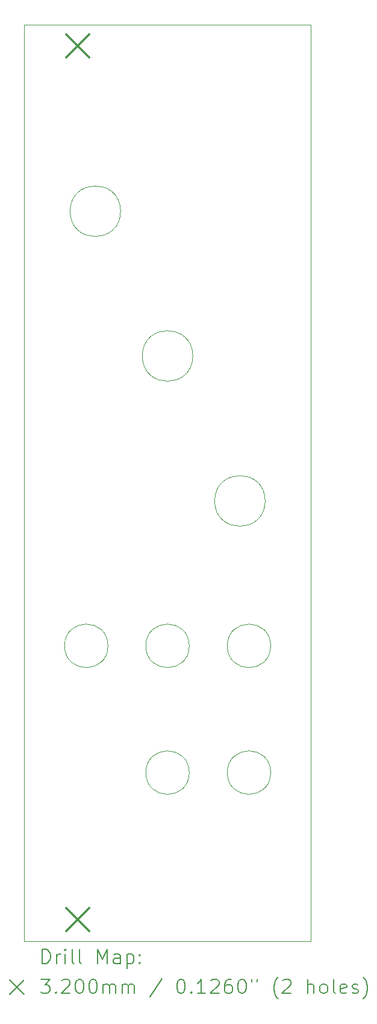
<source format=gbr>
%FSLAX45Y45*%
G04 Gerber Fmt 4.5, Leading zero omitted, Abs format (unit mm)*
G04 Created by KiCad (PCBNEW 6.0.0-d3dd2cf0fa~116~ubuntu20.04.1) date 2022-01-02 10:53:39*
%MOMM*%
%LPD*%
G01*
G04 APERTURE LIST*
%TA.AperFunction,Profile*%
%ADD10C,0.100000*%
%TD*%
%ADD11C,0.200000*%
%ADD12C,0.320000*%
G04 APERTURE END LIST*
D10*
X13639000Y-12826500D02*
G75*
G03*
X13639000Y-12826500I-305000J0D01*
G01*
X13639000Y-11049000D02*
G75*
G03*
X13639000Y-11049000I-305000J0D01*
G01*
X15350000Y-2338000D02*
X11320000Y-2338000D01*
X15350000Y-15188000D02*
X15350000Y-2338000D01*
X12496500Y-11049000D02*
G75*
G03*
X12496500Y-11049000I-305000J0D01*
G01*
X13689000Y-6984000D02*
G75*
G03*
X13689000Y-6984000I-355000J0D01*
G01*
X11320000Y-2338000D02*
X11320000Y-15188000D01*
X11320000Y-15188000D02*
X15350000Y-15188000D01*
X14784000Y-11049000D02*
G75*
G03*
X14784000Y-11049000I-305000J0D01*
G01*
X14784000Y-12826500D02*
G75*
G03*
X14784000Y-12826500I-305000J0D01*
G01*
X12674000Y-4954000D02*
G75*
G03*
X12674000Y-4954000I-355000J0D01*
G01*
X14706500Y-9016500D02*
G75*
G03*
X14706500Y-9016500I-355000J0D01*
G01*
D11*
D12*
X11910000Y-2478000D02*
X12230000Y-2798000D01*
X12230000Y-2478000D02*
X11910000Y-2798000D01*
X11910000Y-14728000D02*
X12230000Y-15048000D01*
X12230000Y-14728000D02*
X11910000Y-15048000D01*
D11*
X11572619Y-15503476D02*
X11572619Y-15303476D01*
X11620238Y-15303476D01*
X11648809Y-15313000D01*
X11667857Y-15332048D01*
X11677381Y-15351095D01*
X11686905Y-15389190D01*
X11686905Y-15417762D01*
X11677381Y-15455857D01*
X11667857Y-15474905D01*
X11648809Y-15493952D01*
X11620238Y-15503476D01*
X11572619Y-15503476D01*
X11772619Y-15503476D02*
X11772619Y-15370143D01*
X11772619Y-15408238D02*
X11782143Y-15389190D01*
X11791667Y-15379667D01*
X11810714Y-15370143D01*
X11829762Y-15370143D01*
X11896428Y-15503476D02*
X11896428Y-15370143D01*
X11896428Y-15303476D02*
X11886905Y-15313000D01*
X11896428Y-15322524D01*
X11905952Y-15313000D01*
X11896428Y-15303476D01*
X11896428Y-15322524D01*
X12020238Y-15503476D02*
X12001190Y-15493952D01*
X11991667Y-15474905D01*
X11991667Y-15303476D01*
X12125000Y-15503476D02*
X12105952Y-15493952D01*
X12096428Y-15474905D01*
X12096428Y-15303476D01*
X12353571Y-15503476D02*
X12353571Y-15303476D01*
X12420238Y-15446333D01*
X12486905Y-15303476D01*
X12486905Y-15503476D01*
X12667857Y-15503476D02*
X12667857Y-15398714D01*
X12658333Y-15379667D01*
X12639286Y-15370143D01*
X12601190Y-15370143D01*
X12582143Y-15379667D01*
X12667857Y-15493952D02*
X12648809Y-15503476D01*
X12601190Y-15503476D01*
X12582143Y-15493952D01*
X12572619Y-15474905D01*
X12572619Y-15455857D01*
X12582143Y-15436809D01*
X12601190Y-15427286D01*
X12648809Y-15427286D01*
X12667857Y-15417762D01*
X12763095Y-15370143D02*
X12763095Y-15570143D01*
X12763095Y-15379667D02*
X12782143Y-15370143D01*
X12820238Y-15370143D01*
X12839286Y-15379667D01*
X12848809Y-15389190D01*
X12858333Y-15408238D01*
X12858333Y-15465381D01*
X12848809Y-15484428D01*
X12839286Y-15493952D01*
X12820238Y-15503476D01*
X12782143Y-15503476D01*
X12763095Y-15493952D01*
X12944048Y-15484428D02*
X12953571Y-15493952D01*
X12944048Y-15503476D01*
X12934524Y-15493952D01*
X12944048Y-15484428D01*
X12944048Y-15503476D01*
X12944048Y-15379667D02*
X12953571Y-15389190D01*
X12944048Y-15398714D01*
X12934524Y-15389190D01*
X12944048Y-15379667D01*
X12944048Y-15398714D01*
X11115000Y-15733000D02*
X11315000Y-15933000D01*
X11315000Y-15733000D02*
X11115000Y-15933000D01*
X11553571Y-15723476D02*
X11677381Y-15723476D01*
X11610714Y-15799667D01*
X11639286Y-15799667D01*
X11658333Y-15809190D01*
X11667857Y-15818714D01*
X11677381Y-15837762D01*
X11677381Y-15885381D01*
X11667857Y-15904428D01*
X11658333Y-15913952D01*
X11639286Y-15923476D01*
X11582143Y-15923476D01*
X11563095Y-15913952D01*
X11553571Y-15904428D01*
X11763095Y-15904428D02*
X11772619Y-15913952D01*
X11763095Y-15923476D01*
X11753571Y-15913952D01*
X11763095Y-15904428D01*
X11763095Y-15923476D01*
X11848809Y-15742524D02*
X11858333Y-15733000D01*
X11877381Y-15723476D01*
X11925000Y-15723476D01*
X11944048Y-15733000D01*
X11953571Y-15742524D01*
X11963095Y-15761571D01*
X11963095Y-15780619D01*
X11953571Y-15809190D01*
X11839286Y-15923476D01*
X11963095Y-15923476D01*
X12086905Y-15723476D02*
X12105952Y-15723476D01*
X12125000Y-15733000D01*
X12134524Y-15742524D01*
X12144048Y-15761571D01*
X12153571Y-15799667D01*
X12153571Y-15847286D01*
X12144048Y-15885381D01*
X12134524Y-15904428D01*
X12125000Y-15913952D01*
X12105952Y-15923476D01*
X12086905Y-15923476D01*
X12067857Y-15913952D01*
X12058333Y-15904428D01*
X12048809Y-15885381D01*
X12039286Y-15847286D01*
X12039286Y-15799667D01*
X12048809Y-15761571D01*
X12058333Y-15742524D01*
X12067857Y-15733000D01*
X12086905Y-15723476D01*
X12277381Y-15723476D02*
X12296428Y-15723476D01*
X12315476Y-15733000D01*
X12325000Y-15742524D01*
X12334524Y-15761571D01*
X12344048Y-15799667D01*
X12344048Y-15847286D01*
X12334524Y-15885381D01*
X12325000Y-15904428D01*
X12315476Y-15913952D01*
X12296428Y-15923476D01*
X12277381Y-15923476D01*
X12258333Y-15913952D01*
X12248809Y-15904428D01*
X12239286Y-15885381D01*
X12229762Y-15847286D01*
X12229762Y-15799667D01*
X12239286Y-15761571D01*
X12248809Y-15742524D01*
X12258333Y-15733000D01*
X12277381Y-15723476D01*
X12429762Y-15923476D02*
X12429762Y-15790143D01*
X12429762Y-15809190D02*
X12439286Y-15799667D01*
X12458333Y-15790143D01*
X12486905Y-15790143D01*
X12505952Y-15799667D01*
X12515476Y-15818714D01*
X12515476Y-15923476D01*
X12515476Y-15818714D02*
X12525000Y-15799667D01*
X12544048Y-15790143D01*
X12572619Y-15790143D01*
X12591667Y-15799667D01*
X12601190Y-15818714D01*
X12601190Y-15923476D01*
X12696428Y-15923476D02*
X12696428Y-15790143D01*
X12696428Y-15809190D02*
X12705952Y-15799667D01*
X12725000Y-15790143D01*
X12753571Y-15790143D01*
X12772619Y-15799667D01*
X12782143Y-15818714D01*
X12782143Y-15923476D01*
X12782143Y-15818714D02*
X12791667Y-15799667D01*
X12810714Y-15790143D01*
X12839286Y-15790143D01*
X12858333Y-15799667D01*
X12867857Y-15818714D01*
X12867857Y-15923476D01*
X13258333Y-15713952D02*
X13086905Y-15971095D01*
X13515476Y-15723476D02*
X13534524Y-15723476D01*
X13553571Y-15733000D01*
X13563095Y-15742524D01*
X13572619Y-15761571D01*
X13582143Y-15799667D01*
X13582143Y-15847286D01*
X13572619Y-15885381D01*
X13563095Y-15904428D01*
X13553571Y-15913952D01*
X13534524Y-15923476D01*
X13515476Y-15923476D01*
X13496428Y-15913952D01*
X13486905Y-15904428D01*
X13477381Y-15885381D01*
X13467857Y-15847286D01*
X13467857Y-15799667D01*
X13477381Y-15761571D01*
X13486905Y-15742524D01*
X13496428Y-15733000D01*
X13515476Y-15723476D01*
X13667857Y-15904428D02*
X13677381Y-15913952D01*
X13667857Y-15923476D01*
X13658333Y-15913952D01*
X13667857Y-15904428D01*
X13667857Y-15923476D01*
X13867857Y-15923476D02*
X13753571Y-15923476D01*
X13810714Y-15923476D02*
X13810714Y-15723476D01*
X13791667Y-15752048D01*
X13772619Y-15771095D01*
X13753571Y-15780619D01*
X13944048Y-15742524D02*
X13953571Y-15733000D01*
X13972619Y-15723476D01*
X14020238Y-15723476D01*
X14039286Y-15733000D01*
X14048809Y-15742524D01*
X14058333Y-15761571D01*
X14058333Y-15780619D01*
X14048809Y-15809190D01*
X13934524Y-15923476D01*
X14058333Y-15923476D01*
X14229762Y-15723476D02*
X14191667Y-15723476D01*
X14172619Y-15733000D01*
X14163095Y-15742524D01*
X14144048Y-15771095D01*
X14134524Y-15809190D01*
X14134524Y-15885381D01*
X14144048Y-15904428D01*
X14153571Y-15913952D01*
X14172619Y-15923476D01*
X14210714Y-15923476D01*
X14229762Y-15913952D01*
X14239286Y-15904428D01*
X14248809Y-15885381D01*
X14248809Y-15837762D01*
X14239286Y-15818714D01*
X14229762Y-15809190D01*
X14210714Y-15799667D01*
X14172619Y-15799667D01*
X14153571Y-15809190D01*
X14144048Y-15818714D01*
X14134524Y-15837762D01*
X14372619Y-15723476D02*
X14391667Y-15723476D01*
X14410714Y-15733000D01*
X14420238Y-15742524D01*
X14429762Y-15761571D01*
X14439286Y-15799667D01*
X14439286Y-15847286D01*
X14429762Y-15885381D01*
X14420238Y-15904428D01*
X14410714Y-15913952D01*
X14391667Y-15923476D01*
X14372619Y-15923476D01*
X14353571Y-15913952D01*
X14344048Y-15904428D01*
X14334524Y-15885381D01*
X14325000Y-15847286D01*
X14325000Y-15799667D01*
X14334524Y-15761571D01*
X14344048Y-15742524D01*
X14353571Y-15733000D01*
X14372619Y-15723476D01*
X14515476Y-15723476D02*
X14515476Y-15761571D01*
X14591667Y-15723476D02*
X14591667Y-15761571D01*
X14886905Y-15999667D02*
X14877381Y-15990143D01*
X14858333Y-15961571D01*
X14848809Y-15942524D01*
X14839286Y-15913952D01*
X14829762Y-15866333D01*
X14829762Y-15828238D01*
X14839286Y-15780619D01*
X14848809Y-15752048D01*
X14858333Y-15733000D01*
X14877381Y-15704428D01*
X14886905Y-15694905D01*
X14953571Y-15742524D02*
X14963095Y-15733000D01*
X14982143Y-15723476D01*
X15029762Y-15723476D01*
X15048809Y-15733000D01*
X15058333Y-15742524D01*
X15067857Y-15761571D01*
X15067857Y-15780619D01*
X15058333Y-15809190D01*
X14944048Y-15923476D01*
X15067857Y-15923476D01*
X15305952Y-15923476D02*
X15305952Y-15723476D01*
X15391667Y-15923476D02*
X15391667Y-15818714D01*
X15382143Y-15799667D01*
X15363095Y-15790143D01*
X15334524Y-15790143D01*
X15315476Y-15799667D01*
X15305952Y-15809190D01*
X15515476Y-15923476D02*
X15496428Y-15913952D01*
X15486905Y-15904428D01*
X15477381Y-15885381D01*
X15477381Y-15828238D01*
X15486905Y-15809190D01*
X15496428Y-15799667D01*
X15515476Y-15790143D01*
X15544048Y-15790143D01*
X15563095Y-15799667D01*
X15572619Y-15809190D01*
X15582143Y-15828238D01*
X15582143Y-15885381D01*
X15572619Y-15904428D01*
X15563095Y-15913952D01*
X15544048Y-15923476D01*
X15515476Y-15923476D01*
X15696428Y-15923476D02*
X15677381Y-15913952D01*
X15667857Y-15894905D01*
X15667857Y-15723476D01*
X15848809Y-15913952D02*
X15829762Y-15923476D01*
X15791667Y-15923476D01*
X15772619Y-15913952D01*
X15763095Y-15894905D01*
X15763095Y-15818714D01*
X15772619Y-15799667D01*
X15791667Y-15790143D01*
X15829762Y-15790143D01*
X15848809Y-15799667D01*
X15858333Y-15818714D01*
X15858333Y-15837762D01*
X15763095Y-15856809D01*
X15934524Y-15913952D02*
X15953571Y-15923476D01*
X15991667Y-15923476D01*
X16010714Y-15913952D01*
X16020238Y-15894905D01*
X16020238Y-15885381D01*
X16010714Y-15866333D01*
X15991667Y-15856809D01*
X15963095Y-15856809D01*
X15944048Y-15847286D01*
X15934524Y-15828238D01*
X15934524Y-15818714D01*
X15944048Y-15799667D01*
X15963095Y-15790143D01*
X15991667Y-15790143D01*
X16010714Y-15799667D01*
X16086905Y-15999667D02*
X16096428Y-15990143D01*
X16115476Y-15961571D01*
X16125000Y-15942524D01*
X16134524Y-15913952D01*
X16144048Y-15866333D01*
X16144048Y-15828238D01*
X16134524Y-15780619D01*
X16125000Y-15752048D01*
X16115476Y-15733000D01*
X16096428Y-15704428D01*
X16086905Y-15694905D01*
M02*

</source>
